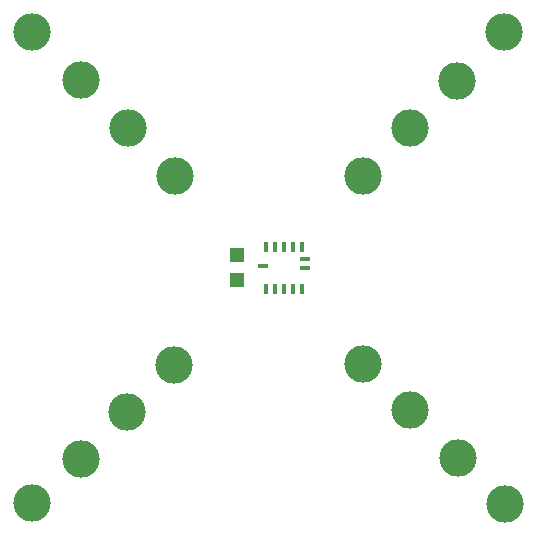
<source format=gbr>
G04 #@! TF.FileFunction,Paste,Bot*
%FSLAX46Y46*%
G04 Gerber Fmt 4.6, Leading zero omitted, Abs format (unit mm)*
G04 Created by KiCad (PCBNEW 4.0.6) date 05/08/17 07:10:38*
%MOMM*%
%LPD*%
G01*
G04 APERTURE LIST*
%ADD10C,0.100000*%
%ADD11R,1.200000X1.200000*%
%ADD12C,2.540000*%
%ADD13C,3.175000*%
%ADD14R,0.350000X0.805000*%
%ADD15R,0.805000X0.400000*%
G04 APERTURE END LIST*
D10*
D11*
X234985500Y-104039900D03*
X234985500Y-106139900D03*
D12*
X225707100Y-117285900D03*
D13*
X225707100Y-117285900D03*
D12*
X249703100Y-117110900D03*
D13*
X249703100Y-117110900D03*
D12*
X249700100Y-93294900D03*
D13*
X249700100Y-93294900D03*
D12*
X225779100Y-93237900D03*
D13*
X225779100Y-93237900D03*
D12*
X245730100Y-113257900D03*
D13*
X245730100Y-113257900D03*
D12*
X229670100Y-113285900D03*
D13*
X229670100Y-113285900D03*
D12*
X245697100Y-97322900D03*
D13*
X245697100Y-97322900D03*
D12*
X229771100Y-97283900D03*
D13*
X229771100Y-97283900D03*
D12*
X257755100Y-125137900D03*
D13*
X257755100Y-125137900D03*
D12*
X217629100Y-125047900D03*
D13*
X217629100Y-125047900D03*
D12*
X257669100Y-85165900D03*
D13*
X257669100Y-85165900D03*
D12*
X217680100Y-85114900D03*
D13*
X217680100Y-85114900D03*
D12*
X253761100Y-121206900D03*
D13*
X253761100Y-121206900D03*
D12*
X221799100Y-121302900D03*
D13*
X221799100Y-121302900D03*
D12*
X253667100Y-89292900D03*
D13*
X253667100Y-89292900D03*
D12*
X221779100Y-89231900D03*
D13*
X221779100Y-89231900D03*
D14*
X237498700Y-103342800D03*
X238248700Y-103342800D03*
X238998700Y-103342800D03*
X239748700Y-103342800D03*
X240498700Y-103342800D03*
D15*
X240771200Y-104315300D03*
D14*
X240498700Y-106887800D03*
X239748700Y-106887800D03*
X238998700Y-106887800D03*
X238248700Y-106887800D03*
X237498700Y-106887800D03*
D15*
X237226200Y-104940300D03*
X240771200Y-105115300D03*
M02*

</source>
